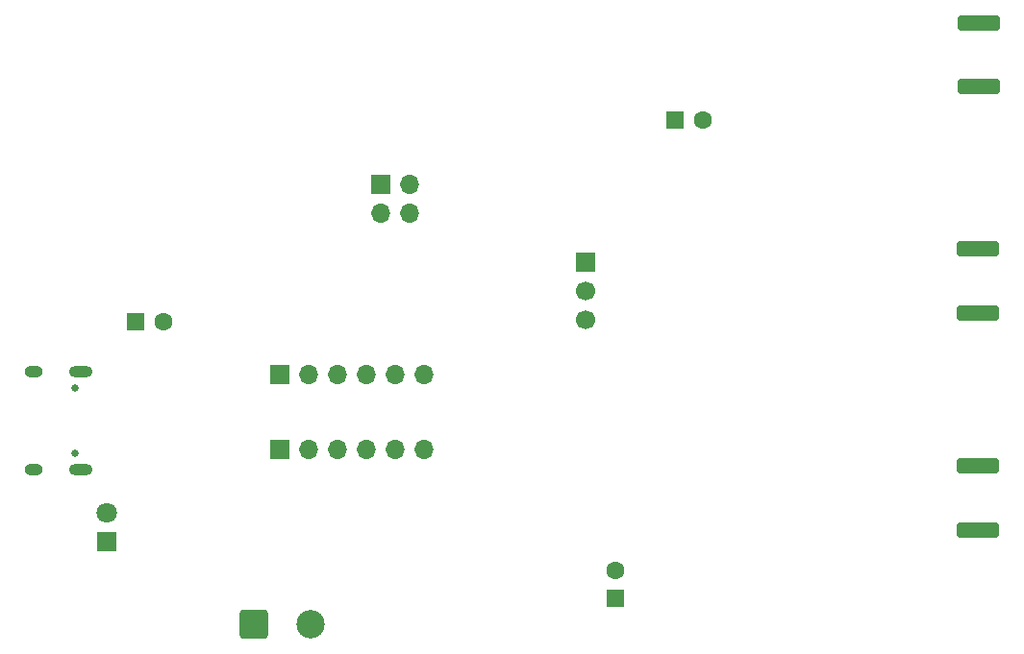
<source format=gbr>
%TF.GenerationSoftware,KiCad,Pcbnew,9.0.0*%
%TF.CreationDate,2025-04-10T09:35:26+02:00*%
%TF.ProjectId,3band_testboard_mcu_based,3362616e-645f-4746-9573-74626f617264,1.0*%
%TF.SameCoordinates,Original*%
%TF.FileFunction,Soldermask,Bot*%
%TF.FilePolarity,Negative*%
%FSLAX46Y46*%
G04 Gerber Fmt 4.6, Leading zero omitted, Abs format (unit mm)*
G04 Created by KiCad (PCBNEW 9.0.0) date 2025-04-10 09:35:26*
%MOMM*%
%LPD*%
G01*
G04 APERTURE LIST*
G04 Aperture macros list*
%AMRoundRect*
0 Rectangle with rounded corners*
0 $1 Rounding radius*
0 $2 $3 $4 $5 $6 $7 $8 $9 X,Y pos of 4 corners*
0 Add a 4 corners polygon primitive as box body*
4,1,4,$2,$3,$4,$5,$6,$7,$8,$9,$2,$3,0*
0 Add four circle primitives for the rounded corners*
1,1,$1+$1,$2,$3*
1,1,$1+$1,$4,$5*
1,1,$1+$1,$6,$7*
1,1,$1+$1,$8,$9*
0 Add four rect primitives between the rounded corners*
20,1,$1+$1,$2,$3,$4,$5,0*
20,1,$1+$1,$4,$5,$6,$7,0*
20,1,$1+$1,$6,$7,$8,$9,0*
20,1,$1+$1,$8,$9,$2,$3,0*%
G04 Aperture macros list end*
%ADD10RoundRect,0.250000X1.600000X-0.425000X1.600000X0.425000X-1.600000X0.425000X-1.600000X-0.425000X0*%
%ADD11R,1.700000X1.700000*%
%ADD12O,1.700000X1.700000*%
%ADD13RoundRect,0.250000X-1.000000X-1.000000X1.000000X-1.000000X1.000000X1.000000X-1.000000X1.000000X0*%
%ADD14C,2.500000*%
%ADD15R,1.800000X1.800000*%
%ADD16C,1.800000*%
%ADD17R,1.600000X1.600000*%
%ADD18C,1.600000*%
%ADD19C,0.650000*%
%ADD20O,2.100000X1.000000*%
%ADD21O,1.600000X1.000000*%
%ADD22C,1.700000*%
G04 APERTURE END LIST*
D10*
%TO.C,J2*%
X162814000Y-84522718D03*
X162814000Y-90172718D03*
%TD*%
D11*
%TO.C,J9*%
X110236000Y-59690000D03*
D12*
X112776000Y-59690000D03*
X110236000Y-62230000D03*
X112776000Y-62230000D03*
%TD*%
D11*
%TO.C,J8*%
X101346000Y-83058000D03*
D12*
X103886000Y-83058000D03*
X106426000Y-83058000D03*
X108966000Y-83058000D03*
X111506000Y-83058000D03*
X114046000Y-83058000D03*
%TD*%
D10*
%TO.C,J3*%
X162814000Y-65374000D03*
X162814000Y-71024000D03*
%TD*%
D13*
%TO.C,J5*%
X99100000Y-98465500D03*
D14*
X104100000Y-98465500D03*
%TD*%
D15*
%TO.C,D2*%
X86106000Y-91186000D03*
D16*
X86106000Y-88646000D03*
%TD*%
D17*
%TO.C,C9*%
X136144000Y-53975000D03*
D18*
X138644000Y-53975000D03*
%TD*%
D17*
%TO.C,C12*%
X88646000Y-71755000D03*
D18*
X91146000Y-71755000D03*
%TD*%
D11*
%TO.C,J7*%
X101346000Y-76454000D03*
D12*
X103886000Y-76454000D03*
X106426000Y-76454000D03*
X108966000Y-76454000D03*
X111506000Y-76454000D03*
X114046000Y-76454000D03*
%TD*%
D19*
%TO.C,J6*%
X83320000Y-77628000D03*
X83320000Y-83408000D03*
D20*
X83850000Y-76198000D03*
D21*
X79670000Y-76198000D03*
D20*
X83850000Y-84838000D03*
D21*
X79670000Y-84838000D03*
%TD*%
D17*
%TO.C,C8*%
X130937000Y-96201113D03*
D18*
X130937000Y-93701113D03*
%TD*%
D10*
%TO.C,J1*%
X162941000Y-45435000D03*
X162941000Y-51085000D03*
%TD*%
D11*
%TO.C,J10*%
X128270000Y-66548000D03*
D22*
X128270000Y-69088000D03*
X128270000Y-71628000D03*
%TD*%
M02*

</source>
